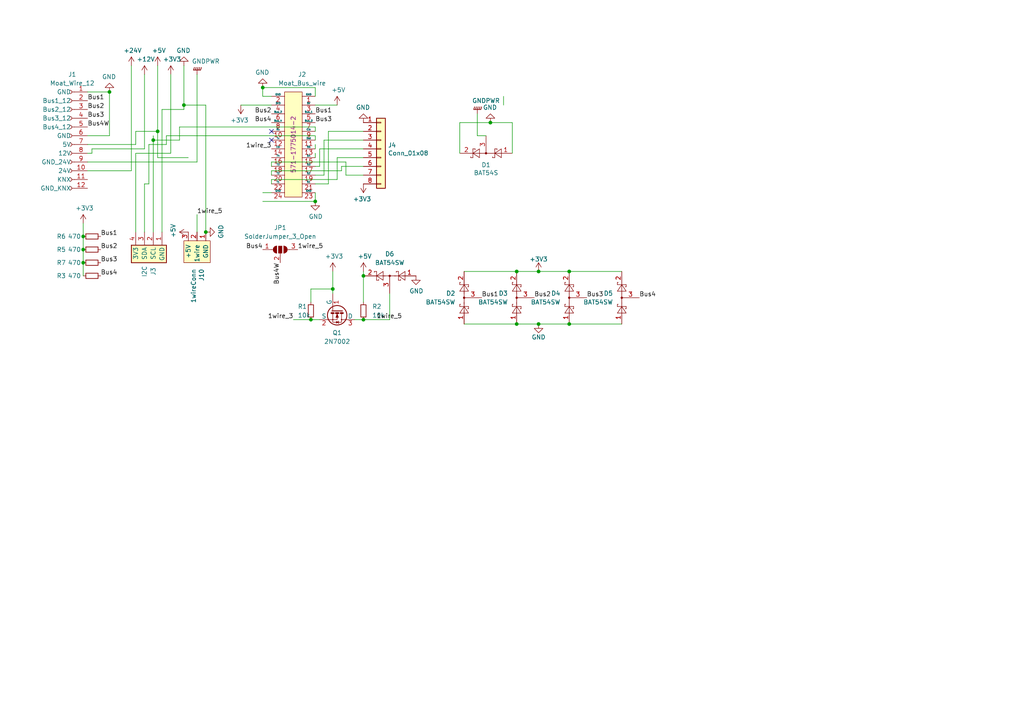
<source format=kicad_sch>
(kicad_sch (version 20211123) (generator eeschema)
  (paper "A4")
  (lib_symbols
    (symbol "Connector_Generic:Conn_01x08" (pin_names (offset 1.016) hide)
      (property "Reference" "J" (at 0 10.16 0))
      (property "Value" "Conn_01x08" (at 0 -12.7 0))
      (symbol "Conn_01x08_1_1"
        (rectangle (start -1.27 -10.033) (end 0 -10.287) (stroke (width 0.1524)))
        (rectangle (start -1.27 -7.493) (end 0 -7.747) (stroke (width 0.1524)))
        (rectangle (start -1.27 -4.953) (end 0 -5.207) (stroke (width 0.1524)))
        (rectangle (start -1.27 -2.413) (end 0 -2.667) (stroke (width 0.1524)))
        (rectangle (start -1.27 0.127) (end 0 -0.127) (stroke (width 0.1524)))
        (rectangle (start -1.27 2.667) (end 0 2.413) (stroke (width 0.1524)))
        (rectangle (start -1.27 5.207) (end 0 4.953) (stroke (width 0.1524)))
        (rectangle (start -1.27 7.747) (end 0 7.493) (stroke (width 0.1524)))
        (rectangle (start -1.27 8.89) (end 1.27 -11.43) (stroke (width 0.254)) (fill (type background)))
        (pin passive line (at -5.08 7.62 0) (length 3.81) (name "Pin_1") (number "1"))
        (pin passive line (at -5.08 5.08 0) (length 3.81) (name "Pin_2") (number "2"))
        (pin passive line (at -5.08 2.54 0) (length 3.81) (name "Pin_3") (number "3"))
        (pin passive line (at -5.08 0 0) (length 3.81) (name "Pin_4") (number "4"))
        (pin passive line (at -5.08 -2.54 0) (length 3.81) (name "Pin_5") (number "5"))
        (pin passive line (at -5.08 -5.08 0) (length 3.81) (name "Pin_6") (number "6"))
        (pin passive line (at -5.08 -7.62 0) (length 3.81) (name "Pin_7") (number "7"))
        (pin passive line (at -5.08 -10.16 0) (length 3.81) (name "Pin_8") (number "8"))
      )
    )
    (symbol "Diode:BAT54S" (pin_names (offset 1.016))
      (property "Reference" "D" (at 0.635 -3.81 0))
      (property "Value" "BAT54S" (at -6.35 3.175 0))
      (symbol "BAT54S_0_1"
        (polyline (pts (xy -3.81 0) (xy -1.27 0)))
        (polyline (pts (xy -3.175 -1.27) (xy -3.175 -1.016)))
        (polyline (pts (xy -2.54 -1.27) (xy -3.175 -1.27)))
        (polyline (pts (xy -2.54 -1.27) (xy -2.54 1.27)))
        (polyline (pts (xy -2.54 1.27) (xy -1.905 1.27)))
        (polyline (pts (xy -1.905 0) (xy 1.905 0)))
        (polyline (pts (xy -1.905 1.27) (xy -1.905 1.016)))
        (polyline (pts (xy 1.27 0) (xy 3.81 0)))
        (polyline (pts (xy 3.175 -1.27) (xy 3.175 -1.016)))
        (polyline (pts (xy 3.81 -1.27) (xy 3.175 -1.27)))
        (polyline (pts (xy 3.81 -1.27) (xy 3.81 1.27)))
        (polyline (pts (xy 3.81 1.27) (xy 4.445 1.27)))
        (polyline (pts (xy 4.445 1.27) (xy 4.445 1.016)))
        (polyline (pts (xy -4.445 1.27) (xy -4.445 -1.27) (xy -2.54 0) (xy -4.445 1.27)))
        (polyline (pts (xy 1.905 1.27) (xy 1.905 -1.27) (xy 3.81 0) (xy 1.905 1.27)))
        (circle (center 0 0) (radius 0.254) (fill (type outline)))
      )
      (symbol "BAT54S_1_1"
        (pin passive line (at -7.62 0 0) (length 3.81) (name "~") (number "1"))
        (pin passive line (at 7.62 0 180) (length 3.81) (name "~") (number "2"))
        (pin passive line (at 0 -5.08 90) (length 5.08) (name "~") (number "3"))
      )
    )
    (symbol "Diode:BAT54SW" (pin_names (offset 1.016))
      (property "Reference" "D" (at 0.635 -3.81 0))
      (property "Value" "BAT54SW" (at -6.35 3.175 0))
      (symbol "BAT54SW_0_1"
        (polyline (pts (xy -3.81 0) (xy -1.27 0)))
        (polyline (pts (xy -3.175 -1.27) (xy -3.175 -1.016)))
        (polyline (pts (xy -2.54 -1.27) (xy -3.175 -1.27)))
        (polyline (pts (xy -2.54 -1.27) (xy -2.54 1.27)))
        (polyline (pts (xy -2.54 1.27) (xy -1.905 1.27)))
        (polyline (pts (xy -1.905 0) (xy 1.905 0)))
        (polyline (pts (xy -1.905 1.27) (xy -1.905 1.016)))
        (polyline (pts (xy 1.27 0) (xy 3.81 0)))
        (polyline (pts (xy 3.175 -1.27) (xy 3.175 -1.016)))
        (polyline (pts (xy 3.81 -1.27) (xy 3.175 -1.27)))
        (polyline (pts (xy 3.81 -1.27) (xy 3.81 1.27)))
        (polyline (pts (xy 3.81 1.27) (xy 4.445 1.27)))
        (polyline (pts (xy 4.445 1.27) (xy 4.445 1.016)))
        (polyline (pts (xy -4.445 1.27) (xy -4.445 -1.27) (xy -2.54 0) (xy -4.445 1.27)))
        (polyline (pts (xy 1.905 1.27) (xy 1.905 -1.27) (xy 3.81 0) (xy 1.905 1.27)))
        (circle (center 0 0) (radius 0.254) (fill (type outline)))
      )
      (symbol "BAT54SW_1_1"
        (pin passive line (at -7.62 0 0) (length 3.81) (name "~") (number "1"))
        (pin passive line (at 7.62 0 180) (length 3.81) (name "~") (number "2"))
        (pin passive line (at 0 -5.08 90) (length 5.08) (name "~") (number "3"))
      )
    )
    (symbol "Jumper:SolderJumper_3_Open" (pin_names (offset 0) hide)
      (property "Reference" "JP" (at -2.54 -2.54 0))
      (property "Value" "SolderJumper_3_Open" (at 0 2.794 0))
      (symbol "SolderJumper_3_Open_0_1"
        (arc (start -1.016 1.016) (mid -2.032 0) (end -1.016 -1.016))
        (arc (start -1.016 1.016) (mid -2.032 0) (end -1.016 -1.016) (fill (type outline)))
        (rectangle (start -0.508 1.016) (end 0.508 -1.016) (fill (type outline)))
        (polyline (pts (xy -2.54 0) (xy -2.032 0)))
        (polyline (pts (xy -1.016 1.016) (xy -1.016 -1.016)))
        (polyline (pts (xy 0 -1.27) (xy 0 -1.016)))
        (polyline (pts (xy 1.016 1.016) (xy 1.016 -1.016)))
        (polyline (pts (xy 2.54 0) (xy 2.032 0)))
        (arc (start 1.016 -1.016) (mid 2.032 0) (end 1.016 1.016))
        (arc (start 1.016 -1.016) (mid 2.032 0) (end 1.016 1.016) (fill (type outline)))
      )
      (symbol "SolderJumper_3_Open_1_1"
        (pin passive line (at -5.08 0 0) (length 2.54) (name "A") (number "1"))
        (pin input line (at 0 -3.81 90) (length 2.54) (name "C") (number "2"))
        (pin passive line (at 5.08 0 180) (length 2.54) (name "B") (number "3"))
      )
    )
    (symbol "localstuff:+12V" (power) (pin_names (offset 0))
      (property "Value" "+12V" (at 0 3.556 0))
      (symbol "+12V_0_1"
        (polyline (pts (xy -0.762 1.27) (xy 0 2.54)))
        (polyline (pts (xy 0 0) (xy 0 2.54)))
        (polyline (pts (xy 0 2.54) (xy 0.762 1.27)))
      )
      (symbol "+12V_1_1"
        (pin power_in line (at 0 0 90) (length 0) hide (name "+12V") (number "1"))
      )
    )
    (symbol "localstuff:+24V" (power) (pin_names (offset 0))
      (property "Value" "+24V" (at 0 3.556 0))
      (symbol "+24V_0_1"
        (polyline (pts (xy -0.762 1.27) (xy 0 2.54)))
        (polyline (pts (xy 0 0) (xy 0 2.54)))
        (polyline (pts (xy 0 2.54) (xy 0.762 1.27)))
      )
      (symbol "+24V_1_1"
        (pin power_in line (at 0 0 90) (length 0) hide (name "+24V") (number "1"))
      )
    )
    (symbol "localstuff:+3.3V" (power) (pin_names (offset 0))
      (property "Value" "+3.3V" (at 0 3.556 0))
      (symbol "+3.3V_0_1"
        (polyline (pts (xy -0.762 1.27) (xy 0 2.54)))
        (polyline (pts (xy 0 0) (xy 0 2.54)))
        (polyline (pts (xy 0 2.54) (xy 0.762 1.27)))
      )
      (symbol "+3.3V_1_1"
        (pin power_in line (at 0 0 90) (length 0) hide (name "+3V3") (number "1"))
      )
    )
    (symbol "localstuff:+5V" (power) (pin_names (offset 0))
      (property "Value" "+5V" (at 0 3.556 0))
      (symbol "+5V_0_1"
        (polyline (pts (xy -0.762 1.27) (xy 0 2.54)))
        (polyline (pts (xy 0 0) (xy 0 2.54)))
        (polyline (pts (xy 0 2.54) (xy 0.762 1.27)))
      )
      (symbol "+5V_1_1"
        (pin power_in line (at 0 0 90) (length 0) hide (name "+5V") (number "1"))
      )
    )
    (symbol "localstuff:1wireConn" (pin_names (offset 1.016))
      (property "Reference" "J" (at 5.08 2.54 0))
      (property "Value" "1wireConn" (at 6.35 -7.62 0))
      (symbol "1wireConn_0_1"
        (rectangle (start 8.89 1.27) (end 2.54 -6.35) (fill (type background)))
      )
      (symbol "1wireConn_1_1"
        (pin power_in line (at 0 0 0) (length 2.54) (name "GND") (number "1"))
        (pin bidirectional line (at 0 -2.54 0) (length 2.54) (name "1wire") (number "2"))
        (pin power_in line (at 0 -5.08 0) (length 2.54) (name "+5V") (number "3"))
      )
    )
    (symbol "localstuff:2N7002" (pin_names (offset 0))
      (property "Reference" "Q" (at 5.08 1.905 0))
      (property "Value" "2N7002" (at 5.08 0 0))
      (symbol "2N7002_0_1"
        (polyline (pts (xy 0.635 -1.016) (xy 0.635 -1.651)) (stroke (width 0.508)))
        (polyline (pts (xy 0.635 0.381) (xy 0.635 -0.381)) (stroke (width 0.508)))
        (polyline (pts (xy 0.635 1.651) (xy 0.635 1.016)) (stroke (width 0.508)))
        (polyline (pts (xy 3.048 0.381) (xy 2.921 0.254)))
        (polyline (pts (xy 3.048 0.381) (xy 3.556 0.381)))
        (polyline (pts (xy 3.556 0.381) (xy 3.683 0.508)))
        (polyline (pts (xy 0 1.524) (xy 0 -1.524) (xy 0 -1.524)) (stroke (width 0.254)))
        (polyline (pts (xy 0.762 -1.27) (xy 2.54 -1.27) (xy 2.54 -2.54) (xy 2.54 -2.54)))
        (polyline (pts (xy 0.762 1.27) (xy 2.54 1.27) (xy 2.54 2.54) (xy 2.54 2.54)))
        (polyline (pts (xy 2.54 1.27) (xy 3.302 1.27) (xy 3.302 -1.27) (xy 2.54 -1.27)))
        (polyline (pts (xy 3.302 0.381) (xy 3.048 -0.254) (xy 3.556 -0.254) (xy 3.302 0.381)) (fill (type outline)))
        (polyline (pts (xy 0.762 0) (xy 1.27 0) (xy 2.54 0) (xy 2.54 -1.27) (xy 2.54 -1.27)))
        (polyline (pts (xy 0.889 0) (xy 1.905 0.381) (xy 1.905 -0.381) (xy 0.889 0) (xy 1.016 0) (xy 1.016 0)) (fill (type outline)))
        (circle (center 1.27 0) (radius 2.8194) (stroke (width 0.254)))
        (circle (center 2.54 -1.27) (radius 0.127))
        (circle (center 2.54 1.27) (radius 0.127))
      )
      (symbol "2N7002_1_1"
        (pin passive line (at -5.08 -1.27 0) (length 5.08) (name "G") (number "1"))
        (pin passive line (at 2.54 -5.08 90) (length 2.54) (name "S") (number "2"))
        (pin passive line (at 2.54 5.08 270) (length 2.54) (name "D") (number "3"))
      )
    )
    (symbol "localstuff:Conn_I2C"
      (property "Reference" "J" (at 0 5.08 0))
      (property "Value" "Conn_I2C" (at 0 -7.62 0))
      (symbol "Conn_I2C_1_1"
        (rectangle (start -1.27 3.81) (end 3.81 -6.35) (stroke (width 0.254)) (fill (type background)))
        (pin power_in line (at -5.08 2.54 0) (length 3.81) (name "GND") (number "1"))
        (pin open_collector line (at -5.08 0 0) (length 3.81) (name "SCL") (number "2"))
        (pin open_collector line (at -5.08 -2.54 0) (length 3.81) (name "SDA") (number "3"))
        (pin power_in line (at -5.08 -5.08 0) (length 3.81) (name "3V3") (number "4"))
      )
    )
    (symbol "localstuff:GND" (power) (pin_names (offset 0))
      (property "Value" "GND" (at 0 -3.81 0))
      (symbol "GND_0_1"
        (polyline (pts (xy 0 0) (xy 0 -1.27) (xy 1.27 -1.27) (xy 0 -2.54) (xy -1.27 -1.27) (xy 0 -1.27)))
      )
      (symbol "GND_1_1"
        (pin power_in line (at 0 0 270) (length 0) hide (name "GND") (number "1"))
      )
    )
    (symbol "localstuff:GNDPWR" (power) (pin_names (offset 0))
      (property "Value" "GNDPWR" (at 0 -3.302 0))
      (symbol "GNDPWR_0_1"
        (polyline (pts (xy 0 -1.27) (xy 0 0)))
        (polyline (pts (xy -1.016 -1.27) (xy -1.27 -2.032) (xy -1.27 -2.032)) (stroke (width 0.2032)))
        (polyline (pts (xy -0.508 -1.27) (xy -0.762 -2.032) (xy -0.762 -2.032)) (stroke (width 0.2032)))
        (polyline (pts (xy 0 -1.27) (xy -0.254 -2.032) (xy -0.254 -2.032)) (stroke (width 0.2032)))
        (polyline (pts (xy 0.508 -1.27) (xy 0.254 -2.032) (xy 0.254 -2.032)) (stroke (width 0.2032)))
        (polyline (pts (xy 1.016 -1.27) (xy -1.016 -1.27) (xy -1.016 -1.27)) (stroke (width 0.2032)))
        (polyline (pts (xy 1.016 -1.27) (xy 0.762 -2.032) (xy 0.762 -2.032) (xy 0.762 -2.032)) (stroke (width 0.2032)))
      )
      (symbol "GNDPWR_1_1"
        (pin power_in line (at 0 0 90) (length 0) hide (name "GNDPWR") (number "1"))
      )
    )
    (symbol "localstuff:Moat_Board_12" (pin_names (offset 1.016))
      (property "Reference" "J" (at 0 20.32 0))
      (property "Value" "Moat_Board_12" (at -3.81 -7.62 0))
      (symbol "Moat_Board_12_1_1"
        (arc (start 0 -4.572) (mid -0.508 -5.08) (end 0 -5.588) (stroke (width 0.1524)))
        (arc (start 0 -2.032) (mid -0.508 -2.54) (end 0 -3.048) (stroke (width 0.1524)))
        (polyline (pts (xy -1.27 -5.08) (xy -0.508 -5.08)) (stroke (width 0.1524)))
        (polyline (pts (xy -1.27 -2.54) (xy -0.508 -2.54)) (stroke (width 0.1524)))
        (polyline (pts (xy -1.27 0) (xy -0.508 0)) (stroke (width 0.1524)))
        (polyline (pts (xy -1.27 2.54) (xy -0.508 2.54)) (stroke (width 0.1524)))
        (polyline (pts (xy -1.27 5.08) (xy -0.508 5.08)) (stroke (width 0.1524)))
        (polyline (pts (xy -1.27 7.62) (xy -0.508 7.62)) (stroke (width 0.1524)))
        (polyline (pts (xy -1.27 10.16) (xy -0.508 10.16)) (stroke (width 0.1524)))
        (polyline (pts (xy -1.27 12.7) (xy -0.508 12.7)) (stroke (width 0.1524)))
        (polyline (pts (xy -1.27 15.24) (xy -0.508 15.24)) (stroke (width 0.1524)))
        (polyline (pts (xy -1.27 17.78) (xy -0.508 17.78)) (stroke (width 0.1524)))
        (polyline (pts (xy -1.27 20.32) (xy -0.508 20.32)) (stroke (width 0.1524)))
        (polyline (pts (xy -1.27 22.86) (xy -0.508 22.86)) (stroke (width 0.1524)))
        (arc (start 0 0.508) (mid -0.508 0) (end 0 -0.508) (stroke (width 0.1524)))
        (arc (start 0 3.048) (mid -0.508 2.54) (end 0 2.032) (stroke (width 0.1524)))
        (arc (start 0 5.588) (mid -0.508 5.08) (end 0 4.572) (stroke (width 0.1524)))
        (arc (start 0 8.128) (mid -0.508 7.62) (end 0 7.112) (stroke (width 0.1524)))
        (arc (start 0 10.668) (mid -0.508 10.16) (end 0 9.652) (stroke (width 0.1524)))
        (arc (start 0 13.208) (mid -0.508 12.7) (end 0 12.192) (stroke (width 0.1524)))
        (arc (start 0 15.748) (mid -0.508 15.24) (end 0 14.732) (stroke (width 0.1524)))
        (arc (start 0 18.288) (mid -0.508 17.78) (end 0 17.272) (stroke (width 0.1524)))
        (arc (start 0 20.828) (mid -0.508 20.32) (end 0 19.812) (stroke (width 0.1524)))
        (arc (start 0 23.368) (mid -0.508 22.86) (end 0 22.352) (stroke (width 0.1524)))
        (pin power_out line (at -5.08 22.86 0) (length 3.81) (name "GND") (number "1"))
        (pin power_out line (at -5.08 0 0) (length 3.81) (name "24V") (number "10"))
        (pin power_out line (at -5.08 -2.54 0) (length 3.81) (name "KNX") (number "11"))
        (pin power_out line (at -5.08 -5.08 0) (length 3.81) (name "GND_KNX") (number "12"))
        (pin bidirectional line (at -5.08 20.32 0) (length 3.81) (name "Bus1_12") (number "2"))
        (pin bidirectional line (at -5.08 17.78 0) (length 3.81) (name "Bus2_12") (number "3"))
        (pin bidirectional line (at -5.08 15.24 0) (length 3.81) (name "Bus3_12") (number "4"))
        (pin bidirectional line (at -5.08 12.7 0) (length 3.81) (name "Bus4_12") (number "5"))
        (pin power_out line (at -5.08 10.16 0) (length 3.81) (name "GND") (number "6"))
        (pin power_out line (at -5.08 7.62 0) (length 3.81) (name "5V") (number "7"))
        (pin power_out line (at -5.08 5.08 0) (length 3.81) (name "12V") (number "8"))
        (pin power_out line (at -5.08 2.54 0) (length 3.81) (name "GND_24V") (number "9"))
      )
    )
    (symbol "localstuff:Moat_Board_24" (pin_names (offset 0))
      (property "Reference" "J" (at 0 16.51 0))
      (property "Value" "Moat_Board_24" (at -6.35 -17.78 0))
      (property "Mouser" "571-1775014-2" (at 0 0 90))
      (symbol "Moat_Board_24_1_1"
        (rectangle (start 2.54 15.24) (end -2.54 -15.24) (fill (type background)))
        (pin power_in line (at 6.35 13.97 180) (length 3.81) (name "GND") (number "1"))
        (pin input line (at -6.35 3.81 0) (length 3.81) (name "Rx") (number "10"))
        (pin open_collector line (at 6.35 1.27 180) (length 3.81) (name "Dat") (number "11"))
        (pin output line (at -6.35 1.27 0) (length 3.81) (name "Tx") (number "12"))
        (pin input line (at 6.35 -1.27 180) (length 3.81) (name "S5") (number "13"))
        (pin bidirectional line (at -6.35 -1.27 0) (length 3.81) (name "1W") (number "14"))
        (pin input line (at 6.35 -3.81 180) (length 3.81) (name "S4") (number "15"))
        (pin output line (at -6.35 -3.81 0) (length 3.81) (name "T4") (number "16"))
        (pin input line (at 6.35 -6.35 180) (length 3.81) (name "S3") (number "17"))
        (pin output line (at -6.35 -6.35 0) (length 3.81) (name "T3") (number "18"))
        (pin input line (at 6.35 -8.89 180) (length 3.81) (name "S2") (number "19"))
        (pin power_in line (at -6.35 13.97 0) (length 3.81) (name "GND") (number "2"))
        (pin output line (at -6.35 -8.89 0) (length 3.81) (name "T2") (number "20"))
        (pin input line (at 6.35 -11.43 180) (length 3.81) (name "S1") (number "21"))
        (pin output line (at -6.35 -11.43 0) (length 3.81) (name "T1") (number "22"))
        (pin power_in line (at 6.35 -13.97 180) (length 3.81) (name "GND") (number "23"))
        (pin power_in line (at -6.35 -13.97 0) (length 3.81) (name "GND") (number "24"))
        (pin power_in line (at 6.35 11.43 180) (length 3.81) (name "5V") (number "3"))
        (pin power_out line (at -6.35 11.43 0) (length 3.81) (name "3V3") (number "4"))
        (pin bidirectional line (at 6.35 8.89 180) (length 3.81) (name "Bus_1") (number "5"))
        (pin bidirectional line (at -6.35 8.89 0) (length 3.81) (name "Bus_2") (number "6"))
        (pin bidirectional line (at 6.35 6.35 180) (length 3.81) (name "Bus_3") (number "7"))
        (pin bidirectional line (at -6.35 6.35 0) (length 3.81) (name "Bus_4") (number "8"))
        (pin open_collector line (at 6.35 3.81 180) (length 3.81) (name "Clk") (number "9"))
      )
    )
    (symbol "localstuff:R" (pin_numbers hide) (pin_names (offset 0.254) hide)
      (property "Reference" "R" (at 0.762 0.508 0))
      (property "Value" "R" (at 0.762 -1.016 0))
      (symbol "R_0_1"
        (rectangle (start -0.762 1.778) (end 0.762 -1.778) (stroke (width 0.2032)))
      )
      (symbol "R_1_1"
        (pin passive line (at 0 2.54 270) (length 0.762) (name "~") (number "1"))
        (pin passive line (at 0 -2.54 90) (length 0.762) (name "~") (number "2"))
      )
    )
  )
  (junction (at 149.86 93.98))
  (junction (at 24.13 76.2))
  (junction (at 24.13 72.39))
  (junction (at 156.21 78.74))
  (junction (at 142.24 35.56))
  (junction (at 96.52 83.82))
  (junction (at 156.21 93.98))
  (junction (at 24.13 68.58))
  (junction (at 105.41 80.01))
  (junction (at 44.45 40.64))
  (junction (at 45.72 38.1))
  (junction (at 59.69 67.31))
  (junction (at 165.1 78.74))
  (junction (at 90.17 92.71))
  (junction (at 149.86 78.74))
  (junction (at 91.44 58.42))
  (junction (at 165.1 93.98))
  (junction (at 105.41 92.71))
  (junction (at 53.34 30.48))
  (junction (at 76.2 25.4))
  (junction (at 31.75 26.67))
  (no_connect (at 78.74 40.64))
  (no_connect (at 78.74 38.1))
  (wire (pts (xy 48.26 41.91) (xy 43.18 41.91)))
  (wire (pts (xy 92.71 48.26) (xy 91.44 48.26)))
  (wire (pts (xy 78.74 55.88) (xy 76.2 55.88)))
  (wire (pts (xy 44.45 39.37) (xy 44.45 40.64)))
  (wire (pts (xy 69.85 30.48) (xy 78.74 30.48)))
  (wire (pts (xy 25.4 41.91) (xy 39.37 41.91)))
  (wire (pts (xy 99.06 49.53) (xy 78.74 49.53)))
  (wire (pts (xy 105.41 45.72) (xy 97.79 45.72)))
  (wire (pts (xy 26.67 44.45) (xy 25.4 44.45)))
  (wire (pts (xy 76.2 25.4) (xy 91.44 25.4)))
  (wire (pts (xy 91.44 55.88) (xy 91.44 58.42)))
  (wire (pts (xy 38.1 19.05) (xy 38.1 49.53)))
  (wire (pts (xy 93.98 40.64) (xy 93.98 50.8)))
  (wire (pts (xy 105.41 43.18) (xy 92.71 43.18)))
  (wire (pts (xy 41.91 21.59) (xy 41.91 43.18)))
  (wire (pts (xy 100.33 46.99) (xy 78.74 46.99)))
  (wire (pts (xy 78.74 46.99) (xy 78.74 48.26)))
  (wire (pts (xy 96.52 83.82) (xy 96.52 85.09)))
  (wire (pts (xy 52.07 36.83) (xy 52.07 40.64)))
  (wire (pts (xy 134.62 93.98) (xy 149.86 93.98)))
  (wire (pts (xy 97.79 52.07) (xy 78.74 52.07)))
  (wire (pts (xy 138.43 33.02) (xy 138.43 39.37)))
  (wire (pts (xy 156.21 78.74) (xy 165.1 78.74)))
  (wire (pts (xy 105.41 40.64) (xy 93.98 40.64)))
  (wire (pts (xy 39.37 38.1) (xy 45.72 38.1)))
  (wire (pts (xy 90.17 92.71) (xy 92.71 92.71)))
  (wire (pts (xy 46.99 31.75) (xy 53.34 31.75)))
  (wire (pts (xy 156.21 93.98) (xy 165.1 93.98)))
  (wire (pts (xy 138.43 39.37) (xy 140.97 39.37)))
  (wire (pts (xy 39.37 67.31) (xy 39.37 44.45)))
  (wire (pts (xy 76.2 58.42) (xy 91.44 58.42)))
  (wire (pts (xy 25.4 26.67) (xy 31.75 26.67)))
  (wire (pts (xy 105.41 80.01) (xy 105.41 87.63)))
  (wire (pts (xy 39.37 41.91) (xy 39.37 38.1)))
  (wire (pts (xy 85.09 92.71) (xy 90.17 92.71)))
  (wire (pts (xy 24.13 72.39) (xy 24.13 76.2)))
  (wire (pts (xy 26.67 43.18) (xy 26.67 44.45)))
  (wire (pts (xy 92.71 43.18) (xy 92.71 48.26)))
  (wire (pts (xy 53.34 30.48) (xy 59.69 30.48)))
  (wire (pts (xy 49.53 21.59) (xy 49.53 44.45)))
  (wire (pts (xy 57.15 21.59) (xy 57.15 46.99)))
  (wire (pts (xy 105.41 78.74) (xy 105.41 80.01)))
  (wire (pts (xy 76.2 27.94) (xy 76.2 25.4)))
  (wire (pts (xy 91.44 38.1) (xy 91.44 36.83)))
  (wire (pts (xy 146.05 27.94) (xy 146.05 30.48)))
  (wire (pts (xy 91.44 25.4) (xy 91.44 27.94)))
  (wire (pts (xy 45.72 19.05) (xy 45.72 38.1)))
  (wire (pts (xy 31.75 39.37) (xy 31.75 26.67)))
  (wire (pts (xy 105.41 50.8) (xy 100.33 50.8)))
  (wire (pts (xy 95.25 53.34) (xy 91.44 53.34)))
  (wire (pts (xy 24.13 64.77) (xy 24.13 68.58)))
  (wire (pts (xy 43.18 41.91) (xy 43.18 53.34)))
  (wire (pts (xy 54.61 45.72) (xy 45.72 45.72)))
  (wire (pts (xy 53.34 31.75) (xy 53.34 30.48)))
  (wire (pts (xy 165.1 78.74) (xy 180.34 78.74)))
  (wire (pts (xy 45.72 38.1) (xy 45.72 45.72)))
  (wire (pts (xy 24.13 68.58) (xy 24.13 72.39)))
  (wire (pts (xy 95.25 38.1) (xy 95.25 53.34)))
  (wire (pts (xy 91.44 36.83) (xy 52.07 36.83)))
  (wire (pts (xy 49.53 44.45) (xy 39.37 44.45)))
  (wire (pts (xy 24.13 76.2) (xy 24.13 80.01)))
  (wire (pts (xy 46.99 31.75) (xy 46.99 67.31)))
  (wire (pts (xy 97.79 30.48) (xy 91.44 30.48)))
  (wire (pts (xy 90.17 87.63) (xy 90.17 83.82)))
  (wire (pts (xy 105.41 38.1) (xy 95.25 38.1)))
  (wire (pts (xy 93.98 50.8) (xy 91.44 50.8)))
  (wire (pts (xy 78.74 52.07) (xy 78.74 53.34)))
  (wire (pts (xy 133.35 35.56) (xy 133.35 44.45)))
  (wire (pts (xy 52.07 40.64) (xy 44.45 40.64)))
  (wire (pts (xy 142.24 35.56) (xy 133.35 35.56)))
  (wire (pts (xy 41.91 67.31) (xy 41.91 53.34)))
  (wire (pts (xy 57.15 62.23) (xy 57.15 67.31)))
  (wire (pts (xy 25.4 39.37) (xy 31.75 39.37)))
  (wire (pts (xy 91.44 40.64) (xy 91.44 39.37)))
  (wire (pts (xy 53.34 19.05) (xy 53.34 30.48)))
  (wire (pts (xy 105.41 48.26) (xy 99.06 48.26)))
  (wire (pts (xy 48.26 39.37) (xy 48.26 41.91)))
  (wire (pts (xy 105.41 92.71) (xy 113.03 92.71)))
  (wire (pts (xy 91.44 43.18) (xy 91.44 41.91)))
  (wire (pts (xy 148.59 35.56) (xy 142.24 35.56)))
  (wire (pts (xy 91.44 45.72) (xy 91.44 44.45)))
  (wire (pts (xy 134.62 78.74) (xy 149.86 78.74)))
  (wire (pts (xy 149.86 78.74) (xy 156.21 78.74)))
  (wire (pts (xy 100.33 50.8) (xy 100.33 46.99)))
  (wire (pts (xy 96.52 78.74) (xy 96.52 83.82)))
  (wire (pts (xy 165.1 93.98) (xy 180.34 93.98)))
  (wire (pts (xy 41.91 43.18) (xy 26.67 43.18)))
  (wire (pts (xy 102.87 92.71) (xy 105.41 92.71)))
  (wire (pts (xy 99.06 48.26) (xy 99.06 49.53)))
  (wire (pts (xy 148.59 44.45) (xy 148.59 35.56)))
  (wire (pts (xy 97.79 45.72) (xy 97.79 52.07)))
  (wire (pts (xy 25.4 46.99) (xy 57.15 46.99)))
  (wire (pts (xy 59.69 30.48) (xy 59.69 67.31)))
  (wire (pts (xy 113.03 85.09) (xy 113.03 92.71)))
  (wire (pts (xy 25.4 49.53) (xy 38.1 49.53)))
  (wire (pts (xy 78.74 27.94) (xy 76.2 27.94)))
  (wire (pts (xy 149.86 93.98) (xy 156.21 93.98)))
  (wire (pts (xy 43.18 53.34) (xy 41.91 53.34)))
  (wire (pts (xy 44.45 40.64) (xy 44.45 67.31)))
  (wire (pts (xy 91.44 39.37) (xy 48.26 39.37)))
  (wire (pts (xy 90.17 83.82) (xy 96.52 83.82)))
  (wire (pts (xy 78.74 49.53) (xy 78.74 50.8)))
  (label "Bus3" (at 25.4 34.29 0))
  (label "Bus2" (at 25.4 31.75 0))
  (label "Bus1" (at 29.21 68.58 0))
  (label "Bus4" (at 185.42 86.36 0))
  (label "Bus4W" (at 25.4 36.83 0))
  (label "Bus4W" (at 81.28 76.2 270))
  (label "1wire_5" (at 109.22 92.71 0))
  (label "Bus4" (at 78.74 35.56 180))
  (label "Bus4" (at 76.2 72.39 180))
  (label "Bus1" (at 91.44 33.02 0))
  (label "Bus4" (at 29.21 80.01 0))
  (label "Bus2" (at 29.21 72.39 0))
  (label "1wire_5" (at 57.15 62.23 0))
  (label "Bus2" (at 154.94 86.36 0))
  (label "1wire_5" (at 86.36 72.39 0))
  (label "Bus3" (at 29.21 76.2 0))
  (label "1wire_3" (at 85.09 92.71 180))
  (label "1wire_3" (at 78.74 43.18 180))
  (label "Bus3" (at 170.18 86.36 0))
  (label "Bus2" (at 78.74 33.02 180))
  (label "Bus3" (at 91.44 35.56 0))
  (label "Bus1" (at 25.4 29.21 0))
  (label "Bus1" (at 139.7 86.36 0))
  (symbol (lib_id "localstuff:R") (at 26.67 72.39 270) (unit 1)
    (property "Reference" "R5" (at 17.78 72.39 90))
    (property "Value" "470" (at 21.59 72.39 90))
    (property "Footprint" "Resistor_SMD:R_0603_1608Metric" (effects hide))
  )
  (symbol (lib_id "localstuff:R") (at 26.67 68.58 270) (unit 1)
    (property "Reference" "R6" (at 17.78 68.58 90))
    (property "Value" "470" (at 21.59 68.58 90))
    (property "Footprint" "Resistor_SMD:R_0603_1608Metric" (effects hide))
  )
  (symbol (lib_id "localstuff:GNDPWR") (at 57.15 21.59 180) (unit 1)
    (property "Reference" "#PWR0103" (effects hide))
    (property "Value" "GNDPWR" (at 59.69 17.78 0))
  )
  (symbol (lib_id "localstuff:1wireConn") (at 59.69 67.31 270) (unit 1)
    (property "Reference" "J10" (at 58.4454 77.9526 0) (effects (justify left)))
    (property "Value" "1wireConn" (at 56.134 77.9526 0) (effects (justify left)))
    (property "Footprint" "localstuff:AVX_9276_3Pin" (effects hide))
  )
  (symbol (lib_id "localstuff:R") (at 26.67 76.2 270) (unit 1)
    (property "Reference" "R7" (at 17.78 76.2 90))
    (property "Value" "470" (at 21.59 76.2 90))
    (property "Footprint" "Resistor_SMD:R_0603_1608Metric" (effects hide))
  )
  (symbol (lib_id "localstuff:Conn_I2C") (at 44.45 72.39 270) (unit 1)
    (property "Reference" "J3" (at 44.45 78.74 0))
    (property "Value" "I2C" (at 41.91 78.74 0))
    (property "Footprint" "localstuff:AVX_9276_4Pin_HS" (effects hide))
  )
  (symbol (lib_id "localstuff:+12V") (at 41.91 21.59 0) (unit 1)
    (property "Reference" "#PWR0101" (effects hide))
    (property "Value" "+12V" (at 42.291 17.1958 0))
  )
  (symbol (lib_id "localstuff:+24V") (at 38.1 19.05 0) (unit 1)
    (property "Reference" "#PWR0102" (effects hide))
    (property "Value" "+24V" (at 38.481 14.6558 0))
  )
  (symbol (lib_id "localstuff:+3.3V") (at 49.53 21.59 0) (unit 1)
    (property "Reference" "#PWR0104" (effects hide))
    (property "Value" "+3.3V" (at 49.911 17.1958 0))
  )
  (symbol (lib_id "localstuff:+5V") (at 45.72 19.05 0) (unit 1)
    (property "Reference" "#PWR0105" (effects hide))
    (property "Value" "+5V" (at 46.101 14.6558 0))
  )
  (symbol (lib_id "localstuff:GND") (at 53.34 19.05 180) (unit 1)
    (property "Reference" "#PWR0106" (effects hide))
    (property "Value" "GND" (at 53.213 14.6558 0))
  )
  (symbol (lib_id "Diode:BAT54S") (at 140.97 44.45 180) (unit 1)
    (property "Reference" "D1" (at 140.97 47.8282 0))
    (property "Value" "BAT54S" (at 140.97 50.1396 0))
    (property "Footprint" "Package_TO_SOT_SMD:SOT-23" (effects hide))
    (property "Datasheet" "https://www.diodes.com/assets/Datasheets/ds11005.pdf" (effects hide))
  )
  (symbol (lib_id "Connector_Generic:Conn_01x08") (at 110.49 43.18 0) (unit 1)
    (property "Reference" "J4" (at 112.522 42.1132 0) (effects (justify left)))
    (property "Value" "Conn_01x08" (at 112.522 44.4246 0) (effects (justify left)))
    (property "Footprint" "Connector_PinHeader_2.54mm:PinHeader_1x08_P2.54mm_Vertical" (effects hide))
  )
  (symbol (lib_id "localstuff:GND") (at 156.21 93.98 0) (unit 1)
    (property "Reference" "#PWR0110" (effects hide))
    (property "Value" "GND" (at 156.21 97.79 0))
  )
  (symbol (lib_id "Diode:BAT54SW") (at 113.03 80.01 0) (mirror y) (unit 1)
    (property "Reference" "D6" (at 113.03 73.66 0))
    (property "Value" "BAT54SW" (at 113.03 76.2 0))
    (property "Footprint" "Package_TO_SOT_SMD:SOT-323_SC-70" (effects hide))
    (property "Datasheet" "https://assets.nexperia.com/documents/data-sheet/BAT54W_SER.pdf" (effects hide))
  )
  (symbol (lib_id "localstuff:+3.3V") (at 69.85 30.48 180) (unit 1)
    (property "Reference" "#PWR0108" (effects hide))
    (property "Value" "+3.3V" (at 69.469 34.8742 0))
  )
  (symbol (lib_id "localstuff:GND") (at 91.44 58.42 0) (unit 1)
    (property "Reference" "#PWR04" (effects hide))
    (property "Value" "GND" (at 91.567 62.8142 0))
  )
  (symbol (lib_id "localstuff:R") (at 105.41 90.17 0) (unit 1)
    (property "Reference" "R2" (at 107.95 88.8999 0) (effects (justify left)))
    (property "Value" "10k" (at 107.95 91.4399 0) (effects (justify left)))
    (property "Footprint" "Resistor_SMD:R_0603_1608Metric" (effects hide))
  )
  (symbol (lib_id "localstuff:+3.3V") (at 96.52 78.74 0) (unit 1)
    (property "Reference" "#PWR05" (effects hide))
    (property "Value" "+3.3V" (at 96.901 74.3458 0))
  )
  (symbol (lib_id "localstuff:GNDPWR") (at 138.43 33.02 180) (unit 1)
    (property "Reference" "#PWR0117" (effects hide))
    (property "Value" "GNDPWR" (at 140.97 29.21 0))
  )
  (symbol (lib_id "localstuff:+5V") (at 105.41 78.74 0) (unit 1)
    (property "Reference" "#PWR06" (effects hide))
    (property "Value" "+5V" (at 105.791 74.3458 0))
  )
  (symbol (lib_id "localstuff:GND") (at 76.2 25.4 180) (unit 1)
    (property "Reference" "#PWR0113" (effects hide))
    (property "Value" "GND" (at 76.073 21.0058 0))
  )
  (symbol (lib_id "localstuff:GND") (at 59.69 67.31 90) (unit 1)
    (property "Reference" "#PWR0118" (effects hide))
    (property "Value" "GND" (at 64.0842 67.183 0))
  )
  (symbol (lib_id "localstuff:+5V") (at 97.79 30.48 0) (unit 1)
    (property "Reference" "#PWR0107" (effects hide))
    (property "Value" "+5V" (at 98.171 26.0858 0))
  )
  (symbol (lib_id "localstuff:+3.3V") (at 24.13 64.77 0) (unit 1)
    (property "Reference" "#PWR0114" (effects hide))
    (property "Value" "+3.3V" (at 24.511 60.3758 0))
  )
  (symbol (lib_id "Jumper:SolderJumper_3_Open") (at 81.28 72.39 0) (unit 1)
    (property "Reference" "JP1" (at 81.28 66.04 0))
    (property "Value" "SolderJumper_3_Open" (at 81.28 68.58 0))
    (property "Footprint" "Jumper:SolderJumper-3_P2.0mm_Open_TrianglePad1.0x1.5mm_NumberLabels" (effects hide))
  )
  (symbol (lib_id "localstuff:2N7002") (at 97.79 90.17 270) (unit 1)
    (property "Reference" "Q1" (at 97.79 96.52 90))
    (property "Value" "2N7002" (at 97.79 99.06 90))
    (property "Footprint" "Package_TO_SOT_SMD:SOT-23" (effects hide))
  )
  (symbol (lib_id "localstuff:+3.3V") (at 105.41 53.34 180) (unit 1)
    (property "Reference" "#PWR0111" (effects hide))
    (property "Value" "+3.3V" (at 105.029 57.7342 0))
  )
  (symbol (lib_id "localstuff:GND") (at 120.65 80.01 0) (unit 1)
    (property "Reference" "#PWR0115" (effects hide))
    (property "Value" "GND" (at 120.777 84.4042 0))
  )
  (symbol (lib_id "localstuff:Moat_Board_12") (at 20.32 49.53 0) (mirror y) (unit 1)
    (property "Reference" "J1" (at 20.955 21.59 0))
    (property "Value" "Moat_Wire_12" (at 20.955 24.13 0))
    (property "Footprint" "localstuff:MoaT_12_Pin_V" (effects hide))
  )
  (symbol (lib_id "Diode:BAT54SW") (at 165.1 86.36 90) (unit 1)
    (property "Reference" "D4" (at 162.56 85.0899 90) (effects (justify left)))
    (property "Value" "BAT54SW" (at 162.56 87.6299 90) (effects (justify left)))
    (property "Footprint" "Package_TO_SOT_SMD:SOT-323_SC-70" (effects hide))
    (property "Datasheet" "https://assets.nexperia.com/documents/data-sheet/BAT54W_SER.pdf" (effects hide))
  )
  (symbol (lib_id "localstuff:Moat_Board_24") (at 85.09 41.91 0) (unit 1)
    (property "Reference" "J2" (at 87.63 21.59 0))
    (property "Value" "Moat_Bus_wire" (at 87.63 24.13 0))
    (property "Footprint" "localstuff:TE_1775014_socket" (effects hide))
    (property "Digikey" "A118067CT-ND" (effects hide))
    (property "Farnell" "2971215" (effects hide))
    (property "Mouser" "571-1775014-2" (at 85.09 41.91 90))
  )
  (symbol (lib_id "localstuff:+5V") (at 54.61 67.31 90) (unit 1)
    (property "Reference" "#PWR0120" (effects hide))
    (property "Value" "+5V" (at 50.2158 66.929 0))
  )
  (symbol (lib_id "localstuff:GND") (at 142.24 35.56 180) (unit 1)
    (property "Reference" "#PWR0116" (effects hide))
    (property "Value" "GND" (at 142.113 31.1658 0))
  )
  (symbol (lib_id "localstuff:+3.3V") (at 156.21 78.74 0) (unit 1)
    (property "Reference" "#PWR0109" (effects hide))
    (property "Value" "+3.3V" (at 156.21 75.184 0))
  )
  (symbol (lib_id "localstuff:R") (at 26.67 80.01 270) (unit 1)
    (property "Reference" "R3" (at 17.78 80.01 90))
    (property "Value" "470" (at 21.59 80.01 90))
    (property "Footprint" "Resistor_SMD:R_0603_1608Metric" (effects hide))
  )
  (symbol (lib_id "Diode:BAT54SW") (at 134.62 86.36 90) (unit 1)
    (property "Reference" "D2" (at 132.08 85.0899 90) (effects (justify left)))
    (property "Value" "BAT54SW" (at 132.08 87.6299 90) (effects (justify left)))
    (property "Footprint" "Package_TO_SOT_SMD:SOT-323_SC-70" (effects hide))
    (property "Datasheet" "https://assets.nexperia.com/documents/data-sheet/BAT54W_SER.pdf" (effects hide))
  )
  (symbol (lib_id "localstuff:GND") (at 31.75 26.67 180) (unit 1)
    (property "Reference" "#PWR0119" (effects hide))
    (property "Value" "GND" (at 31.623 22.2758 0))
  )
  (symbol (lib_id "localstuff:R") (at 90.17 90.17 0) (unit 1)
    (property "Reference" "R1" (at 86.36 88.9 0) (effects (justify left)))
    (property "Value" "10k" (at 86.36 91.44 0) (effects (justify left)))
    (property "Footprint" "Resistor_SMD:R_0603_1608Metric" (effects hide))
  )
  (symbol (lib_id "Diode:BAT54SW") (at 149.86 86.36 90) (unit 1)
    (property "Reference" "D3" (at 147.32 85.0899 90) (effects (justify left)))
    (property "Value" "BAT54SW" (at 147.32 87.6299 90) (effects (justify left)))
    (property "Footprint" "Package_TO_SOT_SMD:SOT-323_SC-70" (effects hide))
    (property "Datasheet" "https://assets.nexperia.com/documents/data-sheet/BAT54W_SER.pdf" (effects hide))
  )
  (symbol (lib_id "localstuff:GND") (at 105.41 35.56 180) (unit 1)
    (property "Reference" "#PWR0112" (effects hide))
    (property "Value" "GND" (at 105.283 31.1658 0))
  )
  (symbol (lib_id "Diode:BAT54SW") (at 180.34 86.36 90) (unit 1)
    (property "Reference" "D5" (at 177.8 85.0899 90) (effects (justify left)))
    (property "Value" "BAT54SW" (at 177.8 87.6299 90) (effects (justify left)))
    (property "Footprint" "Package_TO_SOT_SMD:SOT-323_SC-70" (effects hide))
    (property "Datasheet" "https://assets.nexperia.com/documents/data-sheet/BAT54W_SER.pdf" (effects hide))
  )
)
</source>
